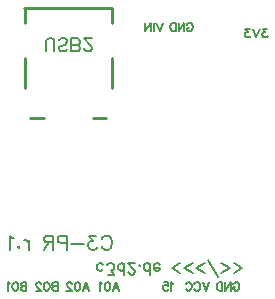
<source format=gbo>
G04 Layer: BottomSilkLayer*
G04 EasyEDA v6.4.0, 2020-07-20T23:37:23+02:00*
G04 8414f0393b39484c82beb45b477d05cc,d798ca008b2c48fc9d28453cf4f639a5,10*
G04 Gerber Generator version 0.2*
G04 Scale: 100 percent, Rotated: No, Reflected: No *
G04 Dimensions in millimeters *
G04 leading zeros omitted , absolute positions ,3 integer and 3 decimal *
%FSLAX33Y33*%
%MOMM*%
G90*
G71D02*

%ADD10C,0.254000*%
%ADD26C,0.203200*%
%ADD27C,0.152400*%

%LPD*%
G54D10*
G01X12463Y27774D02*
G01X4963Y27774D01*
G01X5544Y18478D02*
G01X6672Y18478D01*
G01X10833Y18478D02*
G01X11981Y18478D01*
G01X12445Y21005D02*
G01X12445Y23542D01*
G01X12445Y26506D02*
G01X12445Y27774D01*
G01X5062Y27764D02*
G01X5062Y26506D01*
G01X5062Y23542D02*
G01X5062Y21005D01*
G54D26*
G01X18792Y26367D02*
G01X18826Y26435D01*
G01X18894Y26503D01*
G01X18963Y26537D01*
G01X19099Y26537D01*
G01X19167Y26503D01*
G01X19235Y26435D01*
G01X19269Y26367D01*
G01X19304Y26265D01*
G01X19304Y26094D01*
G01X19269Y25992D01*
G01X19235Y25924D01*
G01X19167Y25856D01*
G01X19099Y25821D01*
G01X18963Y25821D01*
G01X18894Y25856D01*
G01X18826Y25924D01*
G01X18792Y25992D01*
G01X18792Y26094D01*
G01X18963Y26094D02*
G01X18792Y26094D01*
G01X18567Y26537D02*
G01X18567Y25821D01*
G01X18567Y26537D02*
G01X18090Y25821D01*
G01X18090Y26537D02*
G01X18090Y25821D01*
G01X17865Y26537D02*
G01X17865Y25821D01*
G01X17865Y26537D02*
G01X17626Y26537D01*
G01X17524Y26503D01*
G01X17456Y26435D01*
G01X17422Y26367D01*
G01X17388Y26265D01*
G01X17388Y26094D01*
G01X17422Y25992D01*
G01X17456Y25924D01*
G01X17524Y25856D01*
G01X17626Y25821D01*
G01X17865Y25821D01*
G01X16764Y26537D02*
G01X16491Y25821D01*
G01X16218Y26537D02*
G01X16491Y25821D01*
G01X15993Y26537D02*
G01X15993Y25821D01*
G01X15768Y26537D02*
G01X15768Y25821D01*
G01X15768Y26537D02*
G01X15291Y25821D01*
G01X15291Y26537D02*
G01X15291Y25821D01*
G01X25585Y26029D02*
G01X25210Y26029D01*
G01X25415Y25757D01*
G01X25313Y25757D01*
G01X25244Y25723D01*
G01X25210Y25688D01*
G01X25176Y25586D01*
G01X25176Y25518D01*
G01X25210Y25416D01*
G01X25278Y25348D01*
G01X25381Y25313D01*
G01X25483Y25313D01*
G01X25585Y25348D01*
G01X25619Y25382D01*
G01X25654Y25450D01*
G01X24951Y26029D02*
G01X24678Y25313D01*
G01X24406Y26029D02*
G01X24678Y25313D01*
G01X24113Y26029D02*
G01X23738Y26029D01*
G01X23942Y25757D01*
G01X23840Y25757D01*
G01X23772Y25723D01*
G01X23738Y25688D01*
G01X23703Y25586D01*
G01X23703Y25518D01*
G01X23738Y25416D01*
G01X23806Y25348D01*
G01X23908Y25313D01*
G01X24010Y25313D01*
G01X24113Y25348D01*
G01X24147Y25382D01*
G01X24181Y25450D01*
G01X5207Y4566D02*
G01X5207Y3850D01*
G01X5207Y4566D02*
G01X4900Y4566D01*
G01X4797Y4532D01*
G01X4763Y4498D01*
G01X4729Y4430D01*
G01X4729Y4362D01*
G01X4763Y4294D01*
G01X4797Y4260D01*
G01X4900Y4225D01*
G01X5207Y4225D02*
G01X4900Y4225D01*
G01X4797Y4191D01*
G01X4763Y4157D01*
G01X4729Y4089D01*
G01X4729Y3987D01*
G01X4763Y3919D01*
G01X4797Y3885D01*
G01X4900Y3850D01*
G01X5207Y3850D01*
G01X4300Y4566D02*
G01X4402Y4532D01*
G01X4470Y4430D01*
G01X4504Y4260D01*
G01X4504Y4157D01*
G01X4470Y3987D01*
G01X4402Y3885D01*
G01X4300Y3850D01*
G01X4231Y3850D01*
G01X4129Y3885D01*
G01X4061Y3987D01*
G01X4027Y4157D01*
G01X4027Y4260D01*
G01X4061Y4430D01*
G01X4129Y4532D01*
G01X4231Y4566D01*
G01X4300Y4566D01*
G01X3802Y4430D02*
G01X3734Y4464D01*
G01X3631Y4566D01*
G01X3631Y3850D01*
G01X7874Y4566D02*
G01X7874Y3850D01*
G01X7874Y4566D02*
G01X7567Y4566D01*
G01X7464Y4532D01*
G01X7430Y4498D01*
G01X7396Y4430D01*
G01X7396Y4362D01*
G01X7430Y4294D01*
G01X7464Y4260D01*
G01X7567Y4225D01*
G01X7874Y4225D02*
G01X7567Y4225D01*
G01X7464Y4191D01*
G01X7430Y4157D01*
G01X7396Y4089D01*
G01X7396Y3987D01*
G01X7430Y3919D01*
G01X7464Y3885D01*
G01X7567Y3850D01*
G01X7874Y3850D01*
G01X6967Y4566D02*
G01X7069Y4532D01*
G01X7137Y4430D01*
G01X7171Y4260D01*
G01X7171Y4157D01*
G01X7137Y3987D01*
G01X7069Y3885D01*
G01X6967Y3850D01*
G01X6898Y3850D01*
G01X6796Y3885D01*
G01X6728Y3987D01*
G01X6694Y4157D01*
G01X6694Y4260D01*
G01X6728Y4430D01*
G01X6796Y4532D01*
G01X6898Y4566D01*
G01X6967Y4566D01*
G01X6435Y4396D02*
G01X6435Y4430D01*
G01X6401Y4498D01*
G01X6367Y4532D01*
G01X6298Y4566D01*
G01X6162Y4566D01*
G01X6094Y4532D01*
G01X6060Y4498D01*
G01X6026Y4430D01*
G01X6026Y4362D01*
G01X6060Y4294D01*
G01X6128Y4191D01*
G01X6469Y3850D01*
G01X5992Y3850D01*
G01X10268Y4566D02*
G01X10541Y3850D01*
G01X10268Y4566D02*
G01X9995Y3850D01*
G01X10438Y4089D02*
G01X10097Y4089D01*
G01X9565Y4566D02*
G01X9668Y4532D01*
G01X9736Y4430D01*
G01X9770Y4260D01*
G01X9770Y4157D01*
G01X9736Y3987D01*
G01X9668Y3885D01*
G01X9565Y3850D01*
G01X9497Y3850D01*
G01X9395Y3885D01*
G01X9327Y3987D01*
G01X9293Y4157D01*
G01X9293Y4260D01*
G01X9327Y4430D01*
G01X9395Y4532D01*
G01X9497Y4566D01*
G01X9565Y4566D01*
G01X9034Y4396D02*
G01X9034Y4430D01*
G01X9000Y4498D01*
G01X8965Y4532D01*
G01X8897Y4566D01*
G01X8761Y4566D01*
G01X8693Y4532D01*
G01X8659Y4498D01*
G01X8625Y4430D01*
G01X8625Y4362D01*
G01X8659Y4294D01*
G01X8727Y4191D01*
G01X9068Y3850D01*
G01X8590Y3850D01*
G01X12808Y4566D02*
G01X13081Y3850D01*
G01X12808Y4566D02*
G01X12535Y3850D01*
G01X12978Y4089D02*
G01X12637Y4089D01*
G01X12105Y4566D02*
G01X12208Y4532D01*
G01X12276Y4430D01*
G01X12310Y4260D01*
G01X12310Y4157D01*
G01X12276Y3987D01*
G01X12208Y3885D01*
G01X12105Y3850D01*
G01X12037Y3850D01*
G01X11935Y3885D01*
G01X11867Y3987D01*
G01X11833Y4157D01*
G01X11833Y4260D01*
G01X11867Y4430D01*
G01X11935Y4532D01*
G01X12037Y4566D01*
G01X12105Y4566D01*
G01X11608Y4430D02*
G01X11540Y4464D01*
G01X11437Y4566D01*
G01X11437Y3850D01*
G01X20701Y4566D02*
G01X20428Y3850D01*
G01X20155Y4566D02*
G01X20428Y3850D01*
G01X19419Y4396D02*
G01X19453Y4464D01*
G01X19521Y4532D01*
G01X19589Y4566D01*
G01X19725Y4566D01*
G01X19794Y4532D01*
G01X19862Y4464D01*
G01X19896Y4396D01*
G01X19930Y4294D01*
G01X19930Y4123D01*
G01X19896Y4021D01*
G01X19862Y3953D01*
G01X19794Y3885D01*
G01X19725Y3850D01*
G01X19589Y3850D01*
G01X19521Y3885D01*
G01X19453Y3953D01*
G01X19419Y4021D01*
G01X18682Y4396D02*
G01X18716Y4464D01*
G01X18785Y4532D01*
G01X18853Y4566D01*
G01X18989Y4566D01*
G01X19057Y4532D01*
G01X19125Y4464D01*
G01X19160Y4396D01*
G01X19194Y4294D01*
G01X19194Y4123D01*
G01X19160Y4021D01*
G01X19125Y3953D01*
G01X19057Y3885D01*
G01X18989Y3850D01*
G01X18853Y3850D01*
G01X18785Y3885D01*
G01X18716Y3953D01*
G01X18682Y4021D01*
G01X17653Y4430D02*
G01X17584Y4464D01*
G01X17482Y4566D01*
G01X17482Y3850D01*
G01X16848Y4566D02*
G01X17189Y4566D01*
G01X17223Y4260D01*
G01X17189Y4294D01*
G01X17087Y4328D01*
G01X16984Y4328D01*
G01X16882Y4294D01*
G01X16814Y4225D01*
G01X16780Y4123D01*
G01X16780Y4055D01*
G01X16814Y3953D01*
G01X16882Y3885D01*
G01X16984Y3850D01*
G01X17087Y3850D01*
G01X17189Y3885D01*
G01X17223Y3919D01*
G01X17257Y3987D01*
G01X22729Y4396D02*
G01X22763Y4464D01*
G01X22831Y4532D01*
G01X22900Y4566D01*
G01X23036Y4566D01*
G01X23104Y4532D01*
G01X23172Y4464D01*
G01X23206Y4396D01*
G01X23241Y4294D01*
G01X23241Y4123D01*
G01X23206Y4021D01*
G01X23172Y3953D01*
G01X23104Y3885D01*
G01X23036Y3850D01*
G01X22900Y3850D01*
G01X22831Y3885D01*
G01X22763Y3953D01*
G01X22729Y4021D01*
G01X22729Y4123D01*
G01X22900Y4123D02*
G01X22729Y4123D01*
G01X22504Y4566D02*
G01X22504Y3850D01*
G01X22504Y4566D02*
G01X22027Y3850D01*
G01X22027Y4566D02*
G01X22027Y3850D01*
G01X21802Y4566D02*
G01X21802Y3850D01*
G01X21802Y4566D02*
G01X21563Y4566D01*
G01X21461Y4532D01*
G01X21393Y4464D01*
G01X21359Y4396D01*
G01X21325Y4294D01*
G01X21325Y4123D01*
G01X21359Y4021D01*
G01X21393Y3953D01*
G01X21461Y3885D01*
G01X21563Y3850D01*
G01X21802Y3850D01*
G01X11721Y5668D02*
G01X11630Y5577D01*
G01X11539Y5532D01*
G01X11403Y5532D01*
G01X11312Y5577D01*
G01X11221Y5668D01*
G01X11176Y5804D01*
G01X11176Y5895D01*
G01X11221Y6032D01*
G01X11312Y6123D01*
G01X11403Y6168D01*
G01X11539Y6168D01*
G01X11630Y6123D01*
G01X11721Y6032D01*
G01X12112Y5213D02*
G01X12612Y5213D01*
G01X12339Y5577D01*
G01X12475Y5577D01*
G01X12566Y5623D01*
G01X12612Y5668D01*
G01X12657Y5804D01*
G01X12657Y5895D01*
G01X12612Y6032D01*
G01X12521Y6123D01*
G01X12385Y6168D01*
G01X12248Y6168D01*
G01X12112Y6123D01*
G01X12066Y6077D01*
G01X12021Y5986D01*
G01X13503Y5213D02*
G01X13503Y6168D01*
G01X13503Y5668D02*
G01X13412Y5577D01*
G01X13321Y5532D01*
G01X13185Y5532D01*
G01X13094Y5577D01*
G01X13003Y5668D01*
G01X12957Y5804D01*
G01X12957Y5895D01*
G01X13003Y6032D01*
G01X13094Y6123D01*
G01X13185Y6168D01*
G01X13321Y6168D01*
G01X13412Y6123D01*
G01X13503Y6032D01*
G01X13848Y5441D02*
G01X13848Y5395D01*
G01X13894Y5304D01*
G01X13939Y5259D01*
G01X14030Y5213D01*
G01X14212Y5213D01*
G01X14303Y5259D01*
G01X14348Y5304D01*
G01X14394Y5395D01*
G01X14394Y5486D01*
G01X14348Y5577D01*
G01X14257Y5713D01*
G01X13803Y6168D01*
G01X14439Y6168D01*
G01X14785Y5941D02*
G01X14739Y5986D01*
G01X14785Y6032D01*
G01X14830Y5986D01*
G01X14785Y5941D01*
G01X15675Y5213D02*
G01X15675Y6168D01*
G01X15675Y5668D02*
G01X15585Y5577D01*
G01X15494Y5532D01*
G01X15357Y5532D01*
G01X15266Y5577D01*
G01X15175Y5668D01*
G01X15130Y5804D01*
G01X15130Y5895D01*
G01X15175Y6032D01*
G01X15266Y6123D01*
G01X15357Y6168D01*
G01X15494Y6168D01*
G01X15585Y6123D01*
G01X15675Y6032D01*
G01X15975Y5804D02*
G01X16521Y5804D01*
G01X16521Y5713D01*
G01X16475Y5623D01*
G01X16430Y5577D01*
G01X16339Y5532D01*
G01X16203Y5532D01*
G01X16112Y5577D01*
G01X16021Y5668D01*
G01X15975Y5804D01*
G01X15975Y5895D01*
G01X16021Y6032D01*
G01X16112Y6123D01*
G01X16203Y6168D01*
G01X16339Y6168D01*
G01X16430Y6123D01*
G01X16521Y6032D01*
G01X18248Y5350D02*
G01X17521Y5759D01*
G01X18248Y6168D01*
G01X19276Y5350D02*
G01X18548Y5759D01*
G01X19276Y6168D01*
G01X20303Y5350D02*
G01X19576Y5759D01*
G01X20303Y6168D01*
G01X21421Y5032D02*
G01X20603Y6486D01*
G01X21721Y5350D02*
G01X22448Y5759D01*
G01X21721Y6168D01*
G01X22748Y5350D02*
G01X23476Y5759D01*
G01X22748Y6168D01*
G01X11592Y8216D02*
G01X11650Y8328D01*
G01X11765Y8442D01*
G01X11877Y8501D01*
G01X12105Y8501D01*
G01X12219Y8442D01*
G01X12331Y8328D01*
G01X12390Y8216D01*
G01X12446Y8046D01*
G01X12446Y7762D01*
G01X12390Y7592D01*
G01X12331Y7477D01*
G01X12219Y7363D01*
G01X12105Y7307D01*
G01X11877Y7307D01*
G01X11765Y7363D01*
G01X11650Y7477D01*
G01X11592Y7592D01*
G01X11104Y8501D02*
G01X10480Y8501D01*
G01X10820Y8046D01*
G01X10650Y8046D01*
G01X10535Y7988D01*
G01X10480Y7932D01*
G01X10424Y7762D01*
G01X10424Y7647D01*
G01X10480Y7477D01*
G01X10594Y7363D01*
G01X10764Y7307D01*
G01X10934Y7307D01*
G01X11104Y7363D01*
G01X11160Y7421D01*
G01X11219Y7533D01*
G01X10048Y7818D02*
G01X9024Y7818D01*
G01X8651Y8501D02*
G01X8651Y7307D01*
G01X8651Y8501D02*
G01X8138Y8501D01*
G01X7967Y8442D01*
G01X7912Y8387D01*
G01X7856Y8272D01*
G01X7856Y8102D01*
G01X7912Y7988D01*
G01X7967Y7932D01*
G01X8138Y7876D01*
G01X8651Y7876D01*
G01X7480Y8501D02*
G01X7480Y7307D01*
G01X7480Y8501D02*
G01X6969Y8501D01*
G01X6797Y8442D01*
G01X6741Y8387D01*
G01X6685Y8272D01*
G01X6685Y8158D01*
G01X6741Y8046D01*
G01X6797Y7988D01*
G01X6969Y7932D01*
G01X7480Y7932D01*
G01X7081Y7932D02*
G01X6685Y7307D01*
G01X5435Y8102D02*
G01X5435Y7307D01*
G01X5435Y7762D02*
G01X5377Y7932D01*
G01X5265Y8046D01*
G01X5151Y8102D01*
G01X4980Y8102D01*
G01X4549Y7592D02*
G01X4605Y7533D01*
G01X4549Y7477D01*
G01X4490Y7533D01*
G01X4549Y7592D01*
G01X4117Y8272D02*
G01X4003Y8328D01*
G01X3832Y8501D01*
G01X3832Y7307D01*
G54D27*
G01X6858Y24119D02*
G01X6858Y24899D01*
G01X6908Y25054D01*
G01X7012Y25158D01*
G01X7170Y25209D01*
G01X7274Y25209D01*
G01X7429Y25158D01*
G01X7533Y25054D01*
G01X7584Y24899D01*
G01X7584Y24119D01*
G01X8656Y24274D02*
G01X8552Y24170D01*
G01X8394Y24119D01*
G01X8188Y24119D01*
G01X8031Y24170D01*
G01X7927Y24274D01*
G01X7927Y24378D01*
G01X7980Y24483D01*
G01X8031Y24536D01*
G01X8135Y24587D01*
G01X8448Y24691D01*
G01X8552Y24742D01*
G01X8602Y24795D01*
G01X8656Y24899D01*
G01X8656Y25054D01*
G01X8552Y25158D01*
G01X8394Y25209D01*
G01X8188Y25209D01*
G01X8031Y25158D01*
G01X7927Y25054D01*
G01X8999Y24119D02*
G01X8999Y25209D01*
G01X8999Y24119D02*
G01X9466Y24119D01*
G01X9621Y24170D01*
G01X9674Y24223D01*
G01X9725Y24328D01*
G01X9725Y24432D01*
G01X9674Y24536D01*
G01X9621Y24587D01*
G01X9466Y24638D01*
G01X8999Y24638D02*
G01X9466Y24638D01*
G01X9621Y24691D01*
G01X9674Y24742D01*
G01X9725Y24846D01*
G01X9725Y25003D01*
G01X9674Y25107D01*
G01X9621Y25158D01*
G01X9466Y25209D01*
G01X8999Y25209D01*
G01X10121Y24378D02*
G01X10121Y24328D01*
G01X10172Y24223D01*
G01X10223Y24170D01*
G01X10327Y24119D01*
G01X10535Y24119D01*
G01X10640Y24170D01*
G01X10693Y24223D01*
G01X10744Y24328D01*
G01X10744Y24432D01*
G01X10693Y24536D01*
G01X10589Y24691D01*
G01X10068Y25209D01*
G01X10795Y25209D01*
M00*
M02*

</source>
